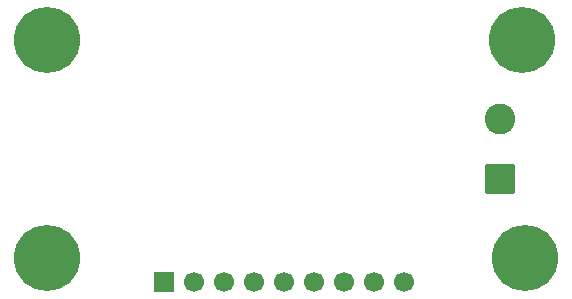
<source format=gbr>
%TF.GenerationSoftware,KiCad,Pcbnew,9.0.3*%
%TF.CreationDate,2025-12-07T20:25:51-06:00*%
%TF.ProjectId,VoltmeterFrontEnd_b,566f6c74-6d65-4746-9572-46726f6e7445,rev?*%
%TF.SameCoordinates,Original*%
%TF.FileFunction,Soldermask,Bot*%
%TF.FilePolarity,Negative*%
%FSLAX46Y46*%
G04 Gerber Fmt 4.6, Leading zero omitted, Abs format (unit mm)*
G04 Created by KiCad (PCBNEW 9.0.3) date 2025-12-07 20:25:51*
%MOMM*%
%LPD*%
G01*
G04 APERTURE LIST*
G04 Aperture macros list*
%AMRoundRect*
0 Rectangle with rounded corners*
0 $1 Rounding radius*
0 $2 $3 $4 $5 $6 $7 $8 $9 X,Y pos of 4 corners*
0 Add a 4 corners polygon primitive as box body*
4,1,4,$2,$3,$4,$5,$6,$7,$8,$9,$2,$3,0*
0 Add four circle primitives for the rounded corners*
1,1,$1+$1,$2,$3*
1,1,$1+$1,$4,$5*
1,1,$1+$1,$6,$7*
1,1,$1+$1,$8,$9*
0 Add four rect primitives between the rounded corners*
20,1,$1+$1,$2,$3,$4,$5,0*
20,1,$1+$1,$4,$5,$6,$7,0*
20,1,$1+$1,$6,$7,$8,$9,0*
20,1,$1+$1,$8,$9,$2,$3,0*%
G04 Aperture macros list end*
%ADD10C,1.700000*%
%ADD11R,1.700000X1.700000*%
%ADD12C,5.600000*%
%ADD13C,3.600000*%
%ADD14RoundRect,0.250000X1.050000X-1.050000X1.050000X1.050000X-1.050000X1.050000X-1.050000X-1.050000X0*%
%ADD15C,2.600000*%
G04 APERTURE END LIST*
D10*
%TO.C,J1*%
X124250000Y-86000000D03*
X121710000Y-86000000D03*
X119170000Y-86000000D03*
X116630000Y-86000000D03*
X114090000Y-86000000D03*
X111550000Y-86000000D03*
X109010000Y-86000000D03*
X106470000Y-86000000D03*
D11*
X103930000Y-86000000D03*
%TD*%
D12*
%TO.C,H3*%
X134500000Y-84000000D03*
D13*
X134500000Y-84000000D03*
%TD*%
D12*
%TO.C,H4*%
X94000000Y-84000000D03*
D13*
X94000000Y-84000000D03*
%TD*%
D14*
%TO.C,J15*%
X132417500Y-77297000D03*
D15*
X132417500Y-72217000D03*
%TD*%
D13*
%TO.C,H2*%
X134250000Y-65500000D03*
D12*
X134250000Y-65500000D03*
%TD*%
D13*
%TO.C,H1*%
X94000000Y-65500000D03*
D12*
X94000000Y-65500000D03*
%TD*%
M02*

</source>
